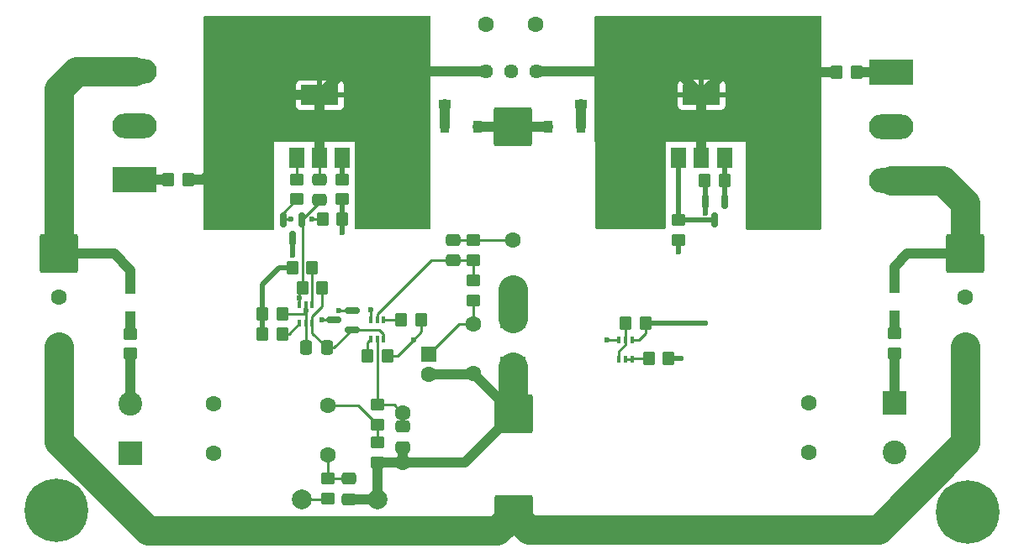
<source format=gbr>
G04 #@! TF.GenerationSoftware,KiCad,Pcbnew,(6.0.1-0)*
G04 #@! TF.CreationDate,2022-01-24T19:37:36+01:00*
G04 #@! TF.ProjectId,amp-mosfet-80w,616d702d-6d6f-4736-9665-742d3830772e,rev?*
G04 #@! TF.SameCoordinates,Original*
G04 #@! TF.FileFunction,Copper,L1,Top*
G04 #@! TF.FilePolarity,Positive*
%FSLAX46Y46*%
G04 Gerber Fmt 4.6, Leading zero omitted, Abs format (unit mm)*
G04 Created by KiCad (PCBNEW (6.0.1-0)) date 2022-01-24 19:37:36*
%MOMM*%
%LPD*%
G01*
G04 APERTURE LIST*
G04 Aperture macros list*
%AMRoundRect*
0 Rectangle with rounded corners*
0 $1 Rounding radius*
0 $2 $3 $4 $5 $6 $7 $8 $9 X,Y pos of 4 corners*
0 Add a 4 corners polygon primitive as box body*
4,1,4,$2,$3,$4,$5,$6,$7,$8,$9,$2,$3,0*
0 Add four circle primitives for the rounded corners*
1,1,$1+$1,$2,$3*
1,1,$1+$1,$4,$5*
1,1,$1+$1,$6,$7*
1,1,$1+$1,$8,$9*
0 Add four rect primitives between the rounded corners*
20,1,$1+$1,$2,$3,$4,$5,0*
20,1,$1+$1,$4,$5,$6,$7,0*
20,1,$1+$1,$6,$7,$8,$9,0*
20,1,$1+$1,$8,$9,$2,$3,0*%
G04 Aperture macros list end*
G04 #@! TA.AperFunction,ComponentPad*
%ADD10C,1.600000*%
G04 #@! TD*
G04 #@! TA.AperFunction,SMDPad,CuDef*
%ADD11RoundRect,0.250000X-0.475000X0.337500X-0.475000X-0.337500X0.475000X-0.337500X0.475000X0.337500X0*%
G04 #@! TD*
G04 #@! TA.AperFunction,ComponentPad*
%ADD12R,1.600000X1.600000*%
G04 #@! TD*
G04 #@! TA.AperFunction,ComponentPad*
%ADD13R,2.400000X2.400000*%
G04 #@! TD*
G04 #@! TA.AperFunction,ComponentPad*
%ADD14C,2.400000*%
G04 #@! TD*
G04 #@! TA.AperFunction,SMDPad,CuDef*
%ADD15R,1.200000X0.900000*%
G04 #@! TD*
G04 #@! TA.AperFunction,SMDPad,CuDef*
%ADD16R,0.900000X1.200000*%
G04 #@! TD*
G04 #@! TA.AperFunction,SMDPad,CuDef*
%ADD17R,1.100000X1.100000*%
G04 #@! TD*
G04 #@! TA.AperFunction,ComponentPad*
%ADD18C,2.000000*%
G04 #@! TD*
G04 #@! TA.AperFunction,ComponentPad*
%ADD19RoundRect,0.250001X-1.699999X-1.699999X1.699999X-1.699999X1.699999X1.699999X-1.699999X1.699999X0*%
G04 #@! TD*
G04 #@! TA.AperFunction,ComponentPad*
%ADD20C,6.400000*%
G04 #@! TD*
G04 #@! TA.AperFunction,ComponentPad*
%ADD21C,0.800000*%
G04 #@! TD*
G04 #@! TA.AperFunction,SMDPad,CuDef*
%ADD22RoundRect,0.249999X-0.450001X0.350001X-0.450001X-0.350001X0.450001X-0.350001X0.450001X0.350001X0*%
G04 #@! TD*
G04 #@! TA.AperFunction,SMDPad,CuDef*
%ADD23RoundRect,0.249999X-0.350001X-0.450001X0.350001X-0.450001X0.350001X0.450001X-0.350001X0.450001X0*%
G04 #@! TD*
G04 #@! TA.AperFunction,SMDPad,CuDef*
%ADD24RoundRect,0.249999X0.350001X0.450001X-0.350001X0.450001X-0.350001X-0.450001X0.350001X-0.450001X0*%
G04 #@! TD*
G04 #@! TA.AperFunction,SMDPad,CuDef*
%ADD25RoundRect,0.250000X0.350000X0.450000X-0.350000X0.450000X-0.350000X-0.450000X0.350000X-0.450000X0*%
G04 #@! TD*
G04 #@! TA.AperFunction,SMDPad,CuDef*
%ADD26RoundRect,0.249999X0.450001X-0.350001X0.450001X0.350001X-0.450001X0.350001X-0.450001X-0.350001X0*%
G04 #@! TD*
G04 #@! TA.AperFunction,SMDPad,CuDef*
%ADD27R,2.600000X2.100000*%
G04 #@! TD*
G04 #@! TA.AperFunction,SMDPad,CuDef*
%ADD28RoundRect,0.150000X-0.150000X0.587500X-0.150000X-0.587500X0.150000X-0.587500X0.150000X0.587500X0*%
G04 #@! TD*
G04 #@! TA.AperFunction,SMDPad,CuDef*
%ADD29R,1.500000X2.000000*%
G04 #@! TD*
G04 #@! TA.AperFunction,SMDPad,CuDef*
%ADD30R,3.800000X2.000000*%
G04 #@! TD*
G04 #@! TA.AperFunction,SMDPad,CuDef*
%ADD31R,0.400000X0.650000*%
G04 #@! TD*
G04 #@! TA.AperFunction,ComponentPad*
%ADD32C,1.440000*%
G04 #@! TD*
G04 #@! TA.AperFunction,SMDPad,CuDef*
%ADD33RoundRect,0.250000X-0.350000X-0.450000X0.350000X-0.450000X0.350000X0.450000X-0.350000X0.450000X0*%
G04 #@! TD*
G04 #@! TA.AperFunction,SMDPad,CuDef*
%ADD34RoundRect,0.250000X0.337500X0.475000X-0.337500X0.475000X-0.337500X-0.475000X0.337500X-0.475000X0*%
G04 #@! TD*
G04 #@! TA.AperFunction,SMDPad,CuDef*
%ADD35RoundRect,0.250000X-0.450000X0.350000X-0.450000X-0.350000X0.450000X-0.350000X0.450000X0.350000X0*%
G04 #@! TD*
G04 #@! TA.AperFunction,SMDPad,CuDef*
%ADD36RoundRect,0.150000X0.587500X0.150000X-0.587500X0.150000X-0.587500X-0.150000X0.587500X-0.150000X0*%
G04 #@! TD*
G04 #@! TA.AperFunction,SMDPad,CuDef*
%ADD37RoundRect,0.250000X0.475000X-0.337500X0.475000X0.337500X-0.475000X0.337500X-0.475000X-0.337500X0*%
G04 #@! TD*
G04 #@! TA.AperFunction,ComponentPad*
%ADD38R,4.500000X2.500000*%
G04 #@! TD*
G04 #@! TA.AperFunction,ComponentPad*
%ADD39O,4.500000X2.500000*%
G04 #@! TD*
G04 #@! TA.AperFunction,ViaPad*
%ADD40C,0.600000*%
G04 #@! TD*
G04 #@! TA.AperFunction,Conductor*
%ADD41C,0.250000*%
G04 #@! TD*
G04 #@! TA.AperFunction,Conductor*
%ADD42C,1.000000*%
G04 #@! TD*
G04 #@! TA.AperFunction,Conductor*
%ADD43C,3.000000*%
G04 #@! TD*
G04 #@! TA.AperFunction,Conductor*
%ADD44C,0.500000*%
G04 #@! TD*
G04 APERTURE END LIST*
D10*
X140800000Y-85037500D03*
X140800000Y-90037500D03*
D11*
X148300000Y-87162500D03*
X148300000Y-89237500D03*
D12*
X150939500Y-79883000D03*
D10*
X150939500Y-81883000D03*
D11*
X153400000Y-68325000D03*
X153400000Y-70400000D03*
D10*
X155448000Y-76835000D03*
X155448000Y-81835000D03*
X189230000Y-84789000D03*
X189230000Y-89789000D03*
D13*
X197866000Y-84772500D03*
D14*
X197866000Y-89772500D03*
D10*
X159385000Y-68326000D03*
X159385000Y-73326000D03*
D15*
X166243000Y-54608000D03*
X166243000Y-51308000D03*
D16*
X166242000Y-56896000D03*
X162942000Y-56896000D03*
X152528000Y-56896000D03*
X155828000Y-56896000D03*
D15*
X152527000Y-54608000D03*
X152527000Y-51308000D03*
D17*
X197850000Y-75950000D03*
X197850000Y-73150000D03*
D18*
X138190000Y-94458500D03*
X145746500Y-94458500D03*
D19*
X204978000Y-69723000D03*
X159385000Y-56896000D03*
X159448500Y-85852000D03*
X159448500Y-96012000D03*
D20*
X113411000Y-95631000D03*
D21*
X113411000Y-93231000D03*
X113411000Y-98031000D03*
X111713944Y-93933944D03*
X111011000Y-95631000D03*
X115108056Y-93933944D03*
X111713944Y-97328056D03*
X115108056Y-97328056D03*
X115811000Y-95631000D03*
X203534944Y-94060944D03*
X206929056Y-97455056D03*
D20*
X205232000Y-95758000D03*
D21*
X202832000Y-95758000D03*
X205232000Y-98158000D03*
X203534944Y-97455056D03*
X206929056Y-94060944D03*
X205232000Y-93358000D03*
X207632000Y-95758000D03*
D22*
X145746500Y-88743500D03*
X145746500Y-90743500D03*
X145746500Y-84965500D03*
X145746500Y-86965500D03*
D23*
X173100000Y-80300000D03*
X175100000Y-80300000D03*
D24*
X172750000Y-76700000D03*
X170750000Y-76700000D03*
D25*
X146750000Y-80000000D03*
X144750000Y-80000000D03*
D22*
X155448000Y-72390000D03*
X155448000Y-74390000D03*
X155448000Y-68326000D03*
X155448000Y-70326000D03*
D23*
X124714000Y-62230000D03*
X126714000Y-62230000D03*
D26*
X197850000Y-79750000D03*
X197850000Y-77750000D03*
D27*
X159385000Y-76200000D03*
X159385000Y-81100000D03*
D24*
X194024000Y-51435000D03*
X192024000Y-51435000D03*
D10*
X204978000Y-74104500D03*
X204978000Y-79104500D03*
D22*
X120900000Y-77800000D03*
X120900000Y-79800000D03*
D10*
X129286000Y-89836000D03*
X129286000Y-84836000D03*
D13*
X120904000Y-89836000D03*
D14*
X120904000Y-84836000D03*
D24*
X139200000Y-71150000D03*
X137200000Y-71150000D03*
X136200000Y-77775000D03*
X134200000Y-77775000D03*
D28*
X180700000Y-64462500D03*
X178800000Y-64462500D03*
X179750000Y-66337500D03*
D29*
X137654000Y-60021000D03*
D30*
X139954000Y-53721000D03*
D29*
X139954000Y-60021000D03*
X142254000Y-60021000D03*
D31*
X145100000Y-78300000D03*
X145750000Y-78300000D03*
X146400000Y-78300000D03*
X146400000Y-76400000D03*
X145750000Y-76400000D03*
X145100000Y-76400000D03*
X170101500Y-80319500D03*
X170751500Y-80319500D03*
X171401500Y-80319500D03*
X171401500Y-78419500D03*
X170751500Y-78419500D03*
X170101500Y-78419500D03*
D19*
X113665000Y-69723000D03*
D10*
X113665000Y-79104500D03*
X113665000Y-74104500D03*
D17*
X120900000Y-73250000D03*
X120900000Y-76050000D03*
D10*
X156718000Y-46609000D03*
X161718000Y-46609000D03*
D32*
X161798000Y-51308000D03*
X159258000Y-51308000D03*
X156718000Y-51308000D03*
D33*
X178700000Y-62300000D03*
X180700000Y-62300000D03*
D25*
X140200000Y-73125000D03*
X138200000Y-73125000D03*
D31*
X137900000Y-76725000D03*
X138550000Y-76725000D03*
X139200000Y-76725000D03*
X139200000Y-74825000D03*
X138550000Y-74825000D03*
X137900000Y-74825000D03*
D10*
X148300000Y-85737500D03*
X148300000Y-90737500D03*
D25*
X150150000Y-76400000D03*
X148150000Y-76400000D03*
D33*
X140250000Y-66200000D03*
X142250000Y-66200000D03*
D34*
X140650000Y-79200000D03*
X138575000Y-79200000D03*
D29*
X176100000Y-60000000D03*
D30*
X178400000Y-53700000D03*
D29*
X178400000Y-60000000D03*
X180700000Y-60000000D03*
D35*
X142240000Y-62200000D03*
X142240000Y-64200000D03*
D11*
X139954000Y-62204600D03*
X139954000Y-64279600D03*
D25*
X136200000Y-75775000D03*
X134200000Y-75775000D03*
D36*
X143250000Y-77350000D03*
X143250000Y-75450000D03*
X141375000Y-76400000D03*
D28*
X138150000Y-66312500D03*
X136250000Y-66312500D03*
X137200000Y-68187500D03*
D35*
X140800000Y-92400000D03*
X140800000Y-94400000D03*
X176100000Y-66300000D03*
X176100000Y-68300000D03*
X137650000Y-62200000D03*
X137650000Y-64200000D03*
D37*
X142900000Y-94475000D03*
X142900000Y-92400000D03*
D38*
X121285000Y-62230000D03*
D39*
X121285000Y-56780000D03*
X121285000Y-51330000D03*
D38*
X197485000Y-51435000D03*
D39*
X197485000Y-56885000D03*
X197485000Y-62335000D03*
D40*
X140150000Y-76400000D03*
X176300000Y-80300000D03*
X176100000Y-69500000D03*
X137200000Y-69850000D03*
X178800000Y-76700000D03*
X178800000Y-65588000D03*
X141850000Y-75450000D03*
X138550000Y-75450000D03*
X168846500Y-78417000D03*
X149400000Y-78400000D03*
X137050000Y-66200000D03*
X139200000Y-66200000D03*
X137900000Y-74150000D03*
X145100000Y-75350000D03*
X134200000Y-74400000D03*
X142250000Y-67550000D03*
D41*
X140800000Y-92400000D02*
X142900000Y-92400000D01*
X140800000Y-92400000D02*
X140800000Y-90037500D01*
X145746500Y-86965500D02*
X143818500Y-85037500D01*
X145746500Y-88743500D02*
X145746500Y-86965500D01*
X143818500Y-85037500D02*
X140800000Y-85037500D01*
D42*
X150939500Y-81883000D02*
X155400000Y-81883000D01*
X148652000Y-90743500D02*
X148667500Y-90759000D01*
X148300000Y-90737500D02*
X154563000Y-90737500D01*
D43*
X196201998Y-97536000D02*
X160972500Y-97536000D01*
D42*
X145746500Y-90743500D02*
X148652000Y-90743500D01*
X145746500Y-94458500D02*
X142916500Y-94458500D01*
X148300000Y-90737500D02*
X148300000Y-89237500D01*
X154563000Y-90737500D02*
X159448500Y-85852000D01*
X159448500Y-85835500D02*
X155448000Y-81835000D01*
D44*
X137200000Y-68187500D02*
X137200000Y-69850000D01*
D43*
X122695002Y-97663000D02*
X157797500Y-97663000D01*
X113665000Y-79104500D02*
X113665000Y-88632998D01*
D42*
X142916500Y-94458500D02*
X142900000Y-94475000D01*
D43*
X160972500Y-97536000D02*
X159448500Y-96012000D01*
X159385000Y-81100000D02*
X159385000Y-85788500D01*
D44*
X175100000Y-80300000D02*
X176300000Y-80300000D01*
D43*
X204978000Y-88759998D02*
X196201998Y-97536000D01*
D44*
X176100000Y-68300000D02*
X176100000Y-69500000D01*
D43*
X113665000Y-88632998D02*
X122695002Y-97663000D01*
D42*
X145746500Y-94458500D02*
X145746500Y-90743500D01*
D41*
X141375000Y-76400000D02*
X140150000Y-76400000D01*
D43*
X204978000Y-79104500D02*
X204978000Y-88759998D01*
X157797500Y-97663000D02*
X159448500Y-96012000D01*
D41*
X147428000Y-84965500D02*
X148200000Y-85737500D01*
X148300000Y-87162500D02*
X148300000Y-85737500D01*
X145746500Y-84965500D02*
X145746500Y-80615993D01*
X146334493Y-84965500D02*
X145746500Y-84965500D01*
X145746500Y-84965500D02*
X147428000Y-84965500D01*
X148200000Y-85737500D02*
X148300000Y-85737500D01*
X145746500Y-80615993D02*
X145750000Y-80612493D01*
X145750000Y-78300000D02*
X145750000Y-80612493D01*
X155448000Y-76835000D02*
X153987500Y-76835000D01*
X153987500Y-76835000D02*
X150939500Y-79883000D01*
X155448000Y-76835000D02*
X155448000Y-74390000D01*
X155448000Y-68326000D02*
X153401000Y-68326000D01*
D42*
X162942000Y-56896000D02*
X159385000Y-56896000D01*
D41*
X159385000Y-68326000D02*
X155448000Y-68326000D01*
D42*
X155828000Y-56896000D02*
X159385000Y-56896000D01*
X128270000Y-62230000D02*
X126714000Y-62230000D01*
D41*
X139954000Y-62204600D02*
X139954000Y-60021000D01*
D42*
X139954000Y-60021000D02*
X139954000Y-53721000D01*
X156718000Y-51308000D02*
X152527000Y-51308000D01*
X136779000Y-53721000D02*
X128270000Y-62230000D01*
X152527000Y-51308000D02*
X142367000Y-51308000D01*
X142367000Y-51308000D02*
X139954000Y-53721000D01*
X139954000Y-53721000D02*
X136779000Y-53721000D01*
D41*
X155448000Y-72390000D02*
X155448000Y-70326000D01*
X151175000Y-70400000D02*
X153400000Y-70400000D01*
X145750000Y-76400000D02*
X145750000Y-75825000D01*
X155448000Y-70326000D02*
X153474000Y-70326000D01*
X145750000Y-75825000D02*
X151175000Y-70400000D01*
D44*
X178800000Y-64462500D02*
X178800000Y-65588000D01*
D41*
X172080500Y-78419500D02*
X171401500Y-78419500D01*
X172750000Y-77750000D02*
X172080500Y-78419500D01*
D42*
X197866000Y-84772500D02*
X197866000Y-79766000D01*
D44*
X178800000Y-62400000D02*
X178700000Y-62300000D01*
D41*
X172750000Y-76700000D02*
X172750000Y-77750000D01*
D44*
X172750000Y-76700000D02*
X178800000Y-76700000D01*
X178800000Y-64462500D02*
X178800000Y-62400000D01*
D43*
X159385000Y-73326000D02*
X159385000Y-76200000D01*
D42*
X166243000Y-56895000D02*
X166242000Y-56896000D01*
X166243000Y-54608000D02*
X166243000Y-56895000D01*
X152528000Y-56896000D02*
X152528000Y-54609000D01*
X152528000Y-54609000D02*
X152527000Y-54608000D01*
X197850000Y-77750000D02*
X197850000Y-75950000D01*
X120900000Y-77800000D02*
X120900000Y-76050000D01*
X121285000Y-62230000D02*
X124714000Y-62230000D01*
D43*
X204978000Y-64643000D02*
X202670000Y-62335000D01*
D42*
X197850000Y-71000000D02*
X197850000Y-73150000D01*
D43*
X204978000Y-69723000D02*
X204978000Y-64643000D01*
X202670000Y-62335000D02*
X197485000Y-62335000D01*
D42*
X204978000Y-69723000D02*
X199127000Y-69723000D01*
X199127000Y-69723000D02*
X197850000Y-71000000D01*
D41*
X144750000Y-80000000D02*
X144750000Y-78650000D01*
X144750000Y-78650000D02*
X145100000Y-78300000D01*
D42*
X119273000Y-69723000D02*
X120900000Y-71350000D01*
D43*
X113665000Y-69723000D02*
X113665000Y-53086000D01*
X113665000Y-53086000D02*
X115443000Y-51308000D01*
D42*
X113665000Y-69723000D02*
X119273000Y-69723000D01*
X120900000Y-71350000D02*
X120900000Y-73250000D01*
D43*
X115465000Y-51330000D02*
X121285000Y-51330000D01*
X115443000Y-51308000D02*
X115465000Y-51330000D01*
D44*
X176137500Y-66337500D02*
X176100000Y-66300000D01*
X176537500Y-66337500D02*
X176500000Y-66300000D01*
X179750000Y-66337500D02*
X176137500Y-66337500D01*
X176100000Y-66300000D02*
X176100000Y-60000000D01*
D41*
X173100000Y-80300000D02*
X171421000Y-80300000D01*
X170751500Y-80319500D02*
X171401500Y-80319500D01*
X170751500Y-78879502D02*
X170751500Y-78419500D01*
X170751500Y-78419500D02*
X170751500Y-76701500D01*
X170101500Y-80319500D02*
X170101500Y-79529502D01*
X170101500Y-79529502D02*
X170751500Y-78879502D01*
X141400000Y-79200000D02*
X140650000Y-79200000D01*
X140200000Y-74999022D02*
X140200000Y-73125000D01*
X143250000Y-77350000D02*
X141400000Y-79200000D01*
X145974022Y-77350000D02*
X146400000Y-77775978D01*
X139200000Y-75999022D02*
X140200000Y-74999022D01*
X139200000Y-76725000D02*
X139200000Y-75999022D01*
X146400000Y-77775978D02*
X146400000Y-78300000D01*
X139200000Y-76725000D02*
X139200000Y-77750000D01*
X139200000Y-77750000D02*
X140650000Y-79200000D01*
X143250000Y-77350000D02*
X145974022Y-77350000D01*
X138550000Y-75750000D02*
X138550000Y-74825000D01*
X138550000Y-75775000D02*
X138550000Y-75750000D01*
X138550000Y-76725000D02*
X138550000Y-75775000D01*
X138575000Y-76750000D02*
X138550000Y-76725000D01*
X143250000Y-75450000D02*
X141850000Y-75450000D01*
X136200000Y-75775000D02*
X138550000Y-75775000D01*
X138575000Y-79200000D02*
X138575000Y-76750000D01*
X148150000Y-76400000D02*
X146400000Y-76400000D01*
X138190000Y-94458500D02*
X140741500Y-94458500D01*
X140741500Y-94458500D02*
X140800000Y-94400000D01*
X170101500Y-78419500D02*
X168849000Y-78419500D01*
X168849000Y-78419500D02*
X168846500Y-78417000D01*
X146750000Y-80000000D02*
X147800000Y-80000000D01*
X150200000Y-76450000D02*
X150150000Y-76400000D01*
X150200000Y-77600000D02*
X150200000Y-76450000D01*
X149400000Y-78400000D02*
X150200000Y-77600000D01*
X147800000Y-80000000D02*
X149400000Y-78400000D01*
X136200000Y-77775000D02*
X136850000Y-77775000D01*
X136850000Y-77775000D02*
X137900000Y-76725000D01*
X136362500Y-66200000D02*
X136250000Y-66312500D01*
X137650000Y-64200000D02*
X136250000Y-65600000D01*
X137050000Y-66200000D02*
X136362500Y-66200000D01*
X140250000Y-66200000D02*
X139200000Y-66200000D01*
X136250000Y-65600000D02*
X136250000Y-66312500D01*
D44*
X180700000Y-64462500D02*
X180700000Y-62300000D01*
X180700000Y-62300000D02*
X180700000Y-60000000D01*
X142240000Y-60035000D02*
X142254000Y-60021000D01*
X142240000Y-62200000D02*
X142240000Y-60035000D01*
D42*
X197485000Y-51435000D02*
X194024000Y-51435000D01*
D41*
X139200000Y-74825000D02*
X139200000Y-71150000D01*
X137650000Y-60025000D02*
X137654000Y-60021000D01*
X137650000Y-62200000D02*
X137650000Y-60025000D01*
D42*
X166243000Y-51308000D02*
X161798000Y-51308000D01*
X191989000Y-51400000D02*
X192024000Y-51435000D01*
X178400000Y-53700000D02*
X180700000Y-51400000D01*
X176008000Y-51308000D02*
X178400000Y-53700000D01*
X166243000Y-51308000D02*
X176008000Y-51308000D01*
X180700000Y-51400000D02*
X191989000Y-51400000D01*
X178400000Y-60000000D02*
X178400000Y-53700000D01*
D41*
X137900000Y-73425000D02*
X138200000Y-73125000D01*
X139954000Y-64279600D02*
X139954000Y-64508500D01*
X138200000Y-66362500D02*
X138150000Y-66312500D01*
X139954000Y-64508500D02*
X138150000Y-66312500D01*
X137900000Y-74150000D02*
X137900000Y-73425000D01*
X138200000Y-73125000D02*
X138200000Y-66362500D01*
X145100000Y-76400000D02*
X145100000Y-75350000D01*
X137900000Y-74825000D02*
X137900000Y-74150000D01*
D42*
X134250000Y-77825000D02*
X134200000Y-77775000D01*
D44*
X135900000Y-71150000D02*
X137200000Y-71150000D01*
X142250000Y-66200000D02*
X142250000Y-64210000D01*
X134200000Y-74400000D02*
X134200000Y-72850000D01*
X134200000Y-72850000D02*
X135900000Y-71150000D01*
X142250000Y-64210000D02*
X142240000Y-64200000D01*
X134200000Y-75775000D02*
X134200000Y-77775000D01*
D42*
X120904000Y-84836000D02*
X120904000Y-79804000D01*
D44*
X134200000Y-75775000D02*
X134200000Y-74400000D01*
X142250000Y-66200000D02*
X142250000Y-67550000D01*
G04 #@! TA.AperFunction,Conductor*
G36*
X190442121Y-45740002D02*
G01*
X190488614Y-45793658D01*
X190500000Y-45846000D01*
X190500000Y-67154000D01*
X190479998Y-67222121D01*
X190426342Y-67268614D01*
X190374000Y-67280000D01*
X183006000Y-67280000D01*
X182937879Y-67259998D01*
X182891386Y-67206342D01*
X182880000Y-67154000D01*
X182880000Y-58420000D01*
X167766000Y-58420000D01*
X167697879Y-58399998D01*
X167651386Y-58346342D01*
X167640000Y-58294000D01*
X167640000Y-54744669D01*
X175992001Y-54744669D01*
X175992371Y-54751490D01*
X175997895Y-54802352D01*
X176001521Y-54817604D01*
X176046676Y-54938054D01*
X176055214Y-54953649D01*
X176131715Y-55055724D01*
X176144276Y-55068285D01*
X176246351Y-55144786D01*
X176261946Y-55153324D01*
X176382394Y-55198478D01*
X176397649Y-55202105D01*
X176448514Y-55207631D01*
X176455328Y-55208000D01*
X178127885Y-55208000D01*
X178143124Y-55203525D01*
X178144329Y-55202135D01*
X178146000Y-55194452D01*
X178146000Y-55189884D01*
X178654000Y-55189884D01*
X178658475Y-55205123D01*
X178659865Y-55206328D01*
X178667548Y-55207999D01*
X180344669Y-55207999D01*
X180351490Y-55207629D01*
X180402352Y-55202105D01*
X180417604Y-55198479D01*
X180538054Y-55153324D01*
X180553649Y-55144786D01*
X180655724Y-55068285D01*
X180668285Y-55055724D01*
X180744786Y-54953649D01*
X180753324Y-54938054D01*
X180798478Y-54817606D01*
X180802105Y-54802351D01*
X180807631Y-54751486D01*
X180808000Y-54744672D01*
X180808000Y-53972115D01*
X180803525Y-53956876D01*
X180802135Y-53955671D01*
X180794452Y-53954000D01*
X178672115Y-53954000D01*
X178656876Y-53958475D01*
X178655671Y-53959865D01*
X178654000Y-53967548D01*
X178654000Y-55189884D01*
X178146000Y-55189884D01*
X178146000Y-53972115D01*
X178141525Y-53956876D01*
X178140135Y-53955671D01*
X178132452Y-53954000D01*
X176010116Y-53954000D01*
X175994877Y-53958475D01*
X175993672Y-53959865D01*
X175992001Y-53967548D01*
X175992001Y-54744669D01*
X167640000Y-54744669D01*
X167640000Y-53427885D01*
X175992000Y-53427885D01*
X175996475Y-53443124D01*
X175997865Y-53444329D01*
X176005548Y-53446000D01*
X178127885Y-53446000D01*
X178143124Y-53441525D01*
X178144329Y-53440135D01*
X178146000Y-53432452D01*
X178146000Y-53427885D01*
X178654000Y-53427885D01*
X178658475Y-53443124D01*
X178659865Y-53444329D01*
X178667548Y-53446000D01*
X180789884Y-53446000D01*
X180805123Y-53441525D01*
X180806328Y-53440135D01*
X180807999Y-53432452D01*
X180807999Y-52655331D01*
X180807629Y-52648510D01*
X180802105Y-52597648D01*
X180798479Y-52582396D01*
X180753324Y-52461946D01*
X180744786Y-52446351D01*
X180668285Y-52344276D01*
X180655724Y-52331715D01*
X180553649Y-52255214D01*
X180538054Y-52246676D01*
X180417606Y-52201522D01*
X180402351Y-52197895D01*
X180351486Y-52192369D01*
X180344672Y-52192000D01*
X178672115Y-52192000D01*
X178656876Y-52196475D01*
X178655671Y-52197865D01*
X178654000Y-52205548D01*
X178654000Y-53427885D01*
X178146000Y-53427885D01*
X178146000Y-52210116D01*
X178141525Y-52194877D01*
X178140135Y-52193672D01*
X178132452Y-52192001D01*
X176455331Y-52192001D01*
X176448510Y-52192371D01*
X176397648Y-52197895D01*
X176382396Y-52201521D01*
X176261946Y-52246676D01*
X176246351Y-52255214D01*
X176144276Y-52331715D01*
X176131715Y-52344276D01*
X176055214Y-52446351D01*
X176046676Y-52461946D01*
X176001522Y-52582394D01*
X175997895Y-52597649D01*
X175992369Y-52648514D01*
X175992000Y-52655328D01*
X175992000Y-53427885D01*
X167640000Y-53427885D01*
X167640000Y-45846000D01*
X167660002Y-45777879D01*
X167713658Y-45731386D01*
X167766000Y-45720000D01*
X190374000Y-45720000D01*
X190442121Y-45740002D01*
G37*
G04 #@! TD.AperFunction*
G04 #@! TA.AperFunction,Conductor*
G36*
X174800000Y-67074000D02*
G01*
X174779998Y-67142121D01*
X174726342Y-67188614D01*
X174674000Y-67200000D01*
X167826000Y-67200000D01*
X167757879Y-67179998D01*
X167711386Y-67126342D01*
X167700000Y-67074000D01*
X167700000Y-58400000D01*
X174800000Y-58400000D01*
X174800000Y-67074000D01*
G37*
G04 #@! TD.AperFunction*
G04 #@! TA.AperFunction,Conductor*
G36*
X151072121Y-45740002D02*
G01*
X151118614Y-45793658D01*
X151130000Y-45846000D01*
X151130000Y-67104000D01*
X151109998Y-67172121D01*
X151056342Y-67218614D01*
X151004000Y-67230000D01*
X143636000Y-67230000D01*
X143567879Y-67209998D01*
X143521386Y-67156342D01*
X143510000Y-67104000D01*
X143510000Y-61098971D01*
X143510737Y-61085363D01*
X143512131Y-61072531D01*
X143512500Y-61069134D01*
X143512500Y-58972866D01*
X143510737Y-58956637D01*
X143510000Y-58943029D01*
X143510000Y-58420000D01*
X135390000Y-58420000D01*
X135390000Y-67184000D01*
X135369998Y-67252121D01*
X135316342Y-67298614D01*
X135264000Y-67310000D01*
X128396000Y-67310000D01*
X128327879Y-67289998D01*
X128281386Y-67236342D01*
X128270000Y-67184000D01*
X128270000Y-54765669D01*
X137546001Y-54765669D01*
X137546371Y-54772490D01*
X137551895Y-54823352D01*
X137555521Y-54838604D01*
X137600676Y-54959054D01*
X137609214Y-54974649D01*
X137685715Y-55076724D01*
X137698276Y-55089285D01*
X137800351Y-55165786D01*
X137815946Y-55174324D01*
X137936394Y-55219478D01*
X137951649Y-55223105D01*
X138002514Y-55228631D01*
X138009328Y-55229000D01*
X139681885Y-55229000D01*
X139697124Y-55224525D01*
X139698329Y-55223135D01*
X139700000Y-55215452D01*
X139700000Y-55210884D01*
X140208000Y-55210884D01*
X140212475Y-55226123D01*
X140213865Y-55227328D01*
X140221548Y-55228999D01*
X141898669Y-55228999D01*
X141905490Y-55228629D01*
X141956352Y-55223105D01*
X141971604Y-55219479D01*
X142092054Y-55174324D01*
X142107649Y-55165786D01*
X142209724Y-55089285D01*
X142222285Y-55076724D01*
X142298786Y-54974649D01*
X142307324Y-54959054D01*
X142352478Y-54838606D01*
X142356105Y-54823351D01*
X142361631Y-54772486D01*
X142362000Y-54765672D01*
X142362000Y-53993115D01*
X142357525Y-53977876D01*
X142356135Y-53976671D01*
X142348452Y-53975000D01*
X140226115Y-53975000D01*
X140210876Y-53979475D01*
X140209671Y-53980865D01*
X140208000Y-53988548D01*
X140208000Y-55210884D01*
X139700000Y-55210884D01*
X139700000Y-53993115D01*
X139695525Y-53977876D01*
X139694135Y-53976671D01*
X139686452Y-53975000D01*
X137564116Y-53975000D01*
X137548877Y-53979475D01*
X137547672Y-53980865D01*
X137546001Y-53988548D01*
X137546001Y-54765669D01*
X128270000Y-54765669D01*
X128270000Y-53448885D01*
X137546000Y-53448885D01*
X137550475Y-53464124D01*
X137551865Y-53465329D01*
X137559548Y-53467000D01*
X139681885Y-53467000D01*
X139697124Y-53462525D01*
X139698329Y-53461135D01*
X139700000Y-53453452D01*
X139700000Y-53448885D01*
X140208000Y-53448885D01*
X140212475Y-53464124D01*
X140213865Y-53465329D01*
X140221548Y-53467000D01*
X142343884Y-53467000D01*
X142359123Y-53462525D01*
X142360328Y-53461135D01*
X142361999Y-53453452D01*
X142361999Y-52676331D01*
X142361629Y-52669510D01*
X142356105Y-52618648D01*
X142352479Y-52603396D01*
X142307324Y-52482946D01*
X142298786Y-52467351D01*
X142222285Y-52365276D01*
X142209724Y-52352715D01*
X142107649Y-52276214D01*
X142092054Y-52267676D01*
X141971606Y-52222522D01*
X141956351Y-52218895D01*
X141905486Y-52213369D01*
X141898672Y-52213000D01*
X140226115Y-52213000D01*
X140210876Y-52217475D01*
X140209671Y-52218865D01*
X140208000Y-52226548D01*
X140208000Y-53448885D01*
X139700000Y-53448885D01*
X139700000Y-52231116D01*
X139695525Y-52215877D01*
X139694135Y-52214672D01*
X139686452Y-52213001D01*
X138009331Y-52213001D01*
X138002510Y-52213371D01*
X137951648Y-52218895D01*
X137936396Y-52222521D01*
X137815946Y-52267676D01*
X137800351Y-52276214D01*
X137698276Y-52352715D01*
X137685715Y-52365276D01*
X137609214Y-52467351D01*
X137600676Y-52482946D01*
X137555522Y-52603394D01*
X137551895Y-52618649D01*
X137546369Y-52669514D01*
X137546000Y-52676328D01*
X137546000Y-53448885D01*
X128270000Y-53448885D01*
X128270000Y-45846000D01*
X128290002Y-45777879D01*
X128343658Y-45731386D01*
X128396000Y-45720000D01*
X151004000Y-45720000D01*
X151072121Y-45740002D01*
G37*
G04 #@! TD.AperFunction*
M02*

</source>
